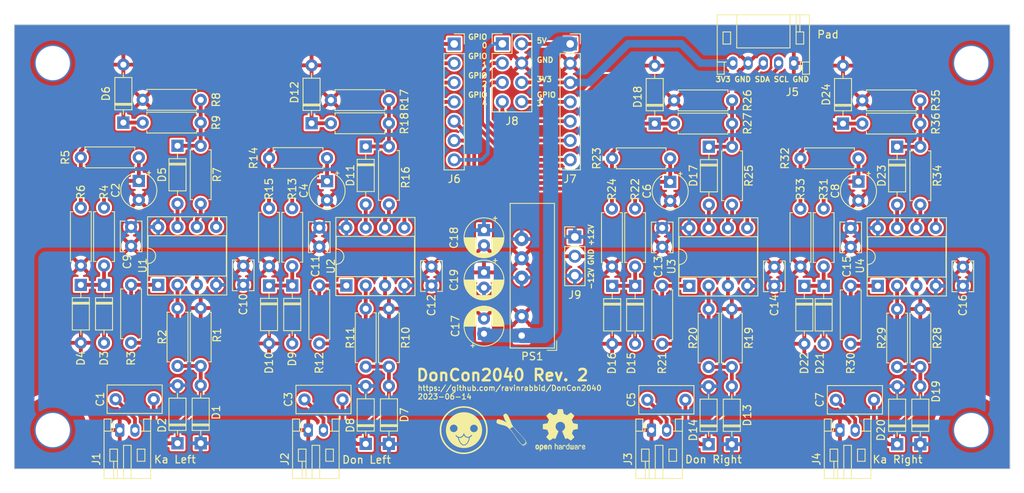
<source format=kicad_pcb>
(kicad_pcb (version 20230517) (generator pcbnew)
  (title_block (title "DonCon2040") (date "2023-06-14") (rev "2") (company "ravinrabbid") (comment 4 "AISLER Project ID: BIYYKCQX"))
  (layers (0 "F.Cu" signal) (31 "B.Cu" signal) (34 "B.Paste" user) (35 "F.Paste" user) (36 "B.SilkS" user "B.Silkscreen") (37 "F.SilkS" user "F.Silkscreen") (38 "B.Mask" user) (39 "F.Mask" user) (44 "Edge.Cuts" user))
  (net 0 "")
  (net 1 "Ka_Left")
  (net 2 "Net-(D1-A)")
  (net 3 "Net-(C2-Pad1)")
  (net 4 "GND")
  (net 5 "Don_Left")
  (net 6 "Net-(D7-A)")
  (net 7 "Net-(C4-Pad1)")
  (net 8 "Don_Right")
  (net 9 "Net-(D13-A)")
  (net 10 "Net-(C6-Pad1)")
  (net 11 "Ka_Right")
  (net 12 "Net-(D19-A)")
  (net 13 "Net-(C8-Pad1)")
  (net 14 "+12V")
  (net 15 "-12V")
  (net 16 "+5V")
  (net 17 "Net-(D3-K)")
  (net 18 "Net-(D3-A)")
  (net 19 "Net-(D5-K)")
  (net 20 "Net-(D5-A)")
  (net 21 "Net-(D6-K)")
  (net 22 "Net-(D10-K)")
  (net 23 "Net-(D9-A)")
  (net 24 "Net-(D11-K)")
  (net 25 "Net-(D11-A)")
  (net 26 "Net-(D12-K)")
  (net 27 "Net-(D15-K)")
  (net 28 "Net-(D15-A)")
  (net 29 "Net-(D17-K)")
  (net 30 "Net-(D17-A)")
  (net 31 "Net-(D18-K)")
  (net 32 "Net-(D21-K)")
  (net 33 "Net-(D21-A)")
  (net 34 "Net-(D23-K)")
  (net 35 "Net-(D23-A)")
  (net 36 "Net-(D24-K)")
  (net 37 "SCL")
  (net 38 "SDA")
  (net 39 "+3V3")
  (net 40 "GPIO 0")
  (net 41 "GPIO 3")
  (net 42 "GPIO 4")
  (net 43 "GPIO 2")
  (net 44 "GPIO 1")
  (net 45 "Net-(U1A--)")
  (net 46 "Net-(U1B-+)")
  (net 47 "Net-(U1B--)")
  (net 48 "Net-(U2A--)")
  (net 49 "Net-(U2B-+)")
  (net 50 "Net-(U2B--)")
  (net 51 "Net-(U3A--)")
  (net 52 "Net-(U3B-+)")
  (net 53 "Net-(U3B--)")
  (net 54 "Net-(U4A--)")
  (net 55 "Net-(U4B-+)")
  (net 56 "Net-(U4B--)")
  (footprint "Diode_THT:D_DO-35_SOD27_P7.62mm_Horizontal" (layer "F.Cu") (at 108.458 122.38 90)
    (fp_text reference "D2")
    (fp_text value "1SS133")
  )
  (footprint "Capacitor_THT:C_Rect_L7.0mm_W3.5mm_P5.00mm" (layer "F.Cu") (at 194.945 116.666)
    (fp_text reference "C7")
    (fp_text value "1nF")
  )
  (footprint "Resistor_THT:R_Axial_DIN0207_L6.3mm_D2.5mm_P7.62mm_Horizontal" (layer "F.Cu") (at 206.041 91.012 90)
    (fp_text reference "R34")
    (fp_text value "10k")
  )
  (footprint "Connector_PinSocket_2.54mm:PinSocket_1x07_P2.54mm_Vertical" (layer "F.Cu") (at 160.045 69.87)
    (fp_text reference "J7")
    (fp_text value "Conn_01x07")
  )
  (footprint "Capacitor_THT:CP_Radial_Tantal_D4.5mm_P2.50mm" (layer "F.Cu") (at 197.913 87.964 -90)
    (fp_text reference "C8")
    (fp_text value "0.47uF")
  )
  (footprint "Connector_PinHeader_2.54mm:PinHeader_2x04_P2.54mm_Vertical" (layer "F.Cu") (at 151.13 69.85)
    (fp_text reference "J8")
    (fp_text value "Conn_02x04_Top_Bottom")
  )
  (footprint "Resistor_THT:R_Axial_DIN0207_L6.3mm_D2.5mm_P7.62mm_Horizontal" (layer "F.Cu") (at 197.913 84.916 180)
    (fp_text reference "R32")
    (fp_text value "3.3k")
  )
  (footprint "Diode_THT:D_DO-35_SOD27_P7.62mm_Horizontal" (layer "F.Cu") (at 181.276 122.508 90)
    (fp_text reference "D13")
    (fp_text value "1SS133")
  )
  (footprint "Resistor_THT:R_Axial_DIN0207_L6.3mm_D2.5mm_P7.62mm_Horizontal" (layer "F.Cu") (at 95.758 99.012 90)
    (fp_text reference "R6")
    (fp_text value "1.8k")
  )
  (footprint "Resistor_THT:R_Axial_DIN0207_L6.3mm_D2.5mm_P7.62mm_Horizontal" (layer "F.Cu") (at 190.293 99.14 90)
    (fp_text reference "R33")
    (fp_text value "1.8k")
  )
  (footprint "Resistor_THT:R_Axial_DIN0207_L6.3mm_D2.5mm_P7.62mm_Horizontal" (layer "F.Cu") (at 196.897 109.3 90)
    (fp_text reference "R30")
    (fp_text value "100k")
  )
  (footprint "Diode_THT:D_DO-35_SOD27_P7.62mm_Horizontal" (layer "F.Cu") (at 133.183 122.468 90)
    (fp_text reference "D8")
    (fp_text value "1SS133")
  )
  (footprint "Resistor_THT:R_Axial_DIN0207_L6.3mm_D2.5mm_P7.62mm_Horizontal" (layer "F.Cu") (at 178.228 104.728 -90)
    (fp_text reference "R20")
    (fp_text value "4.7k")
  )
  (footprint "Resistor_THT:R_Axial_DIN0207_L6.3mm_D2.5mm_P7.62mm_Horizontal" (layer "F.Cu") (at 128.611 80.304)
    (fp_text reference "R18")
    (fp_text value "22")
  )
  (footprint "Resistor_THT:R_Axial_DIN0207_L6.3mm_D2.5mm_P7.62mm_Horizontal" (layer "F.Cu") (at 102.362 109.172 90)
    (fp_text reference "R3")
    (fp_text value "100k")
  )
  (footprint "Resistor_THT:R_Axial_DIN0207_L6.3mm_D2.5mm_P7.62mm_Horizontal" (layer "F.Cu") (at 111.506 90.884 90)
    (fp_text reference "R7")
    (fp_text value "10k")
  )
  (footprint "Diode_THT:D_DO-35_SOD27_P7.62mm_Horizontal" (layer "F.Cu") (at 120.483 101.64 -90)
    (fp_text reference "D10")
    (fp_text value "BAT43")
  )
  (footprint "Converter_DCDC:Converter_DCDC_XP_POWER-IAxxxxS_THT" (layer "F.Cu") (at 153.67 108.22 180)
    (fp_text reference "PS1")
    (fp_text value "A0512S-1WR3")
  )
  (footprint "CustomLogos:Leek-Logo_6.3mm_Silkscreen" (layer "F.Cu") (at 152.4 120.65)
    (fp_text reference "REF**" hide)
    (fp_text value "LOGO" hide)
  )
  (footprint "Connector_JST:JST_PH_S2B-PH-K_1x02_P2.00mm_Horizontal" (layer "F.Cu") (at 100.87 120.65)
    (fp_text reference "J1")
    (fp_text value "Ka Left")
  )
  (footprint "Resistor_THT:R_Axial_DIN0207_L6.3mm_D2.5mm_P7.62mm_Horizontal" (layer "F.Cu") (at 120.483 99.1 90)
    (fp_text reference "R15")
    (fp_text value "1.8k")
  )
  (footprint "Resistor_THT:R_Axial_DIN0207_L6.3mm_D2.5mm_P7.62mm_Horizontal" (layer "F.Cu") (at 103.886 77.216)
    (fp_text reference "R8")
    (fp_text value "1k")
  )
  (footprint "Resistor_THT:R_Axial_DIN0207_L6.3mm_D2.5mm_P7.62mm_Horizontal" (layer "F.Cu") (at 98.806 99.012 90)
    (fp_text reference "R4")
    (fp_text value "100")
  )
  (footprint "Package_DIP:DIP-8_W7.62mm_Socket" (layer "F.Cu") (at 200.453 101.68 90)
    (fp_text reference "U4")
    (fp_text value "TL072")
  )
  (footprint "Resistor_THT:R_Axial_DIN0207_L6.3mm_D2.5mm_P7.62mm_Horizontal" (layer "F.Cu") (at 181.276 112.348 90)
    (fp_text reference "R19")
    (fp_text value "1M")
  )
  (footprint "Connector_PinHeader_2.54mm:PinHeader_1x03_P2.54mm_Vertical" (layer "F.Cu") (at 160.655 95.25)
    (fp_text reference "J9")
    (fp_text value "Conn_01x03")
  )
  (footprint "CustomLogos:Donchan-Logo_6.3mm_Silkscreen" (layer "F.Cu") (at 146.05 120.65)
    (fp_text reference "REF02" hide)
    (fp_text value "Donchan-Logo_6.3mm_Silkscreen" hide)
  )
  (footprint "Diode_THT:D_DO-35_SOD27_P7.62mm_Horizontal" (layer "F.Cu") (at 195.881 80.344 90)
    (fp_text reference "D24")
    (fp_text value "4.7V 5mA")
  )
  (footprint "Diode_THT:D_DO-35_SOD27_P7.62mm_Horizontal" (layer "F.Cu") (at 193.341 101.68 -90)
    (fp_text reference "D21")
    (fp_text value "BAT43")
  )
  (footprint "Resistor_THT:R_Axial_DIN0207_L6.3mm_D2.5mm_P7.62mm_Horizontal" (layer "F.Cu") (at 173.688 77.296)
    (fp_text reference "R26")
    (fp_text value "1k")
  )
  (footprint "Diode_THT:D_DO-35_SOD27_P7.62mm_Horizontal" (layer "F.Cu") (at 108.458 83.264 -90)
    (fp_text reference "D5")
    (fp_text value "1N4148")
  )
  (footprint "Diode_THT:D_DO-35_SOD27_P7.62mm_Horizontal" (layer "F.Cu") (at 178.26 83.392 -90)
    (fp_text reference "D17")
    (fp_text value "1N4148")
  )
  (footprint "Package_DIP:DIP-8_W7.62mm_Socket" (layer "F.Cu") (at 175.688 101.68 90)
    (fp_text reference "U3")
    (fp_text value "TL072")
  )
  (footprint "Resistor_THT:R_Axial_DIN0207_L6.3mm_D2.5mm_P7.62mm_Horizontal" (layer "F.Cu") (at 202.993 104.728 -90)
    (fp_text reference "R29")
    (fp_text value "4.7k")
  )
  (footprint "Capacitor_THT:CP_Radial_D5.0mm_P2.00mm" (layer "F.Cu") (at 148.717 107.981112 90)
    (fp_text reference "C17")
    (fp_text value "4.7uF")
  )
  (footprint "Diode_THT:D_DO-35_SOD27_P7.62mm_Horizontal" (layer "F.Cu") (at 171.148 80.344 90)
    (fp_text reference "D18")
    (fp_text value "4.7V 5mA")
  )
  (footprint "Resistor_THT:R_Axial_DIN0207_L6.3mm_D2.5mm_P7.62mm_Horizontal" (layer "F.Cu") (at 198.421 80.344)
    (fp_text reference "R36")
    (fp_text value "22")
  )
  (footprint "Connector_PinSocket_2.54mm:PinSocket_1x07_P2.54mm_Vertical" (layer "F.Cu") (at 144.805 69.87)
    (fp_text reference "J6")
    (fp_text value "Conn_01x07")
  )
  (footprint "Capacitor_THT:C_Disc_D3.8mm_W2.6mm_P2.50mm" (layer "F.Cu") (at 211.629 101.68 90)
    (fp_text reference "C16")
    (fp_text value "100nF")
  )
  (footprint "Capacitor_THT:C_Disc_D3.8mm_W2.6mm_P2.50mm" (layer "F.Cu") (at 127.087 94.02 -90)
    (fp_text reference "C11")
    (fp_text value "100nF")
  )
  (footprint "Connector_JST:JST_PH_S2B-PH-K_1x02_P2.00mm_Horizontal" (layer "F.Cu") (at 195.485 120.65)
    (fp_text reference "J4")
    (fp_text value "Ka Right")
  )
  (footprint "Resistor_THT:R_Axial_DIN0207_L6.3mm_D2.5mm_P7.62mm_Horizontal" (layer "F.Cu") (at 133.183 104.688 -90)
    (fp_text reference "R11")
    (fp_text value "4.7k")
  )
  (footprint "Capacitor_THT:CP_Radial_D5.0mm_P2.00mm" (layer "F.Cu") (at 148.717 94.358 -90)
    (fp_text reference "C18")
    (fp_text value "1uF")
  )
  (footprint "Diode_THT:D_DO-35_SOD27_P7.62mm_Horizontal" (layer "F.Cu") (at 126.071 80.304 90)
    (fp_text reference "D12")
    (fp_text value "4.7V 5mA")
  )
  (footprint "Resistor_THT:R_Axial_DIN0207_L6.3mm_D2.5mm_P7.62mm_Horizontal" (layer "F.Cu") (at 165.528 99.14 90)
    (fp_text reference "R24")
    (fp_text value "1.8k")
  )
  (footprint "Resistor_THT:R_Axial_DIN0207_L6.3mm_D2.5mm_P7.62mm_Horizontal" (layer "F.Cu") (at 128.611 77.256)
    (fp_text reference "R17")
    (fp_text value "1k")
  )
  (footprint "Capacitor_THT:C_Disc_D3.8mm_W2.6mm_P2.50mm" (layer "F.Cu") (at 102.362 93.932 -90)
    (fp_text reference "C9")
    (fp_text value "100nF")
  )
  (footprint "MountingHole:MountingHole_4.5mm_Pad_TopOnly" (layer "F.Cu") (at 212.725 72.39)
    (fp_text reference "H2" hide)
    (fp_text value "MountingHole_Pad")
  )
  (footprint "Diode_THT:D_DO-35_SOD27_P7.62mm_Horizontal" (layer "F.Cu") (at 165.56 101.68 -90)
    (fp_text reference "D16")
    (fp_text value "BAT43")
  )
  (footprint "Diode_THT:D_DO-35_SOD27_P7.62mm_Horizontal" (layer "F.Cu") (at 202.993 83.392 -90)
    (fp_text reference "D23")
    (fp_text value "1N4148")
  )
  (footprint "Diode_THT:D_DO-35_SOD27_P7.62mm_Horizontal" (layer "F.Cu") (at 202.993 122.508 90)
    (fp_text reference "D20")
    (fp_text value "1SS133")
  )
  (footprint "Resistor_THT:R_Axial_DIN0207_L6.3mm_D2.5mm_P7.62mm_Horizontal" (layer "F.Cu") (at 103.886 80.216)
    (fp_text reference "R9")
    (fp_text value "22")
  )
  (footprint "Capacitor_THT:CP_Radial_Tantal_D4.5mm_P2.50mm" (layer "F.Cu") (at 128.103 87.924 -90)
    (fp_text reference "C4")
    (fp_text value "0.47uF")
  )
  (footprint "Diode_THT:D_DO-35_SOD27_P7.62mm_Horizontal" (layer "F.Cu") (at 133.183 83.352 -90)
    (fp_text reference "D11")
    (fp_text value "1N4148")
  )
  (footprint "Diode_THT:D_DO-35_SOD27_P7.62mm_Horizontal" (layer "F.Cu") (at 136.231 122.468 90)
    (fp_text reference "D7")
    (fp_text value "1SS133")
  )
  (footprint "Resistor_THT:R_Axial_DIN0207_L6.3mm_D2.5mm_P7.62mm_Horizontal" (layer "F.Cu") (at 136.231 112.308 90)
    (fp_text reference "R10")
    (fp_text value "1M")
  )
  (footprint "Resistor_THT:R_Axial_DIN0207_L6.3mm_D2.5mm_P7.62mm_Horizontal" (layer "F.Cu") (at 127.087 109.26 90)
    (fp_text reference "R12")
    (fp_text value "100k")
  )
  (footprint "Capacitor_THT:C_Disc_D3.8mm_W2.6mm_P2.50mm" (layer "F.Cu") (at 117.094 101.552 90)
    (fp_text reference "C10")
    (fp_text value "100nF")
  )
  (footprint "Resistor_THT:R_Axial_DIN0207_L6.3mm_D2.5mm_P7.62mm_Horizontal" (layer "F.Cu") (at 168.576 99.14 90)
    (fp_text reference "R22")
    (fp_text value "100")
  )
  (footprint "Diode_THT:D_DO-35_SOD27_P7.62mm_Horizontal" (layer "F.Cu") (at 178.228 122.508 90)
    (fp_text reference "D14")
    (fp_text value "1SS133")
  )
  (footprint "Symbol:OSHW-Logo2_7.3x6mm_SilkScreen" (layer "F.Cu") (at 158.75 120.65)
    (fp_text reference "REF01" hide)
    (fp_text value "OSHW-Logo2_7.3x6mm_SilkScreen" hide)
  )
  (footprint "Capacitor_THT:C_Disc_D3.8mm_W2.6mm_P2.50mm" (layer "F.Cu") (at 172.132 94.06 -90)
    (fp_text reference "C13")
    (fp_text value "100nF")
  )
  (footprint "Diode_THT:D_DO-35_SOD27_P7.62mm_Horizontal" (layer "F.Cu") (at 101.346 80.216 90)
    (fp_text reference "D6")
    (fp_text value "4.7V 5mA")
  )
  (footprint "Resistor_THT:R_Axial_DIN0207_L6.3mm_D2.5mm_P7.62mm_Horizontal" (layer "F.Cu") (at 198.421 77.296)
    (fp_text reference "R35")
    (fp_text value "1k")
  )
  (footprint "Resistor_THT:R_Axial_DIN0207_L6.3mm_D2.5mm_P7.62mm_Horizontal" (layer "F.Cu") (at 172.132 109.3 90)
    (fp_text reference "R21")
    (fp_text value "100k")
  )
  (footprint "Diode_THT:D_DO-35_SOD27_P7.62mm_Horizontal" (layer "F.Cu") (at 95.758 101.552 -90)
    (fp_text reference "D4")
    (fp_text value "BAT43")
  )
  (footprint "Capacitor_THT:C_Rect_L7.0mm_W3.5mm_P5.00mm" (layer "F.Cu") (at 125.135 116.626)
    (fp_text reference "C3")
    (fp_text value "1nF")
  )
  (footprint "Resistor_THT:R_Axial_DIN0207_L6.3mm_D2.5mm_P7.62mm_Horizontal" (layer "F.Cu") (at 206.041 112.348 90)
    (fp_text reference "R28")
    (fp_text value "1M")
  )
  (footprint "Resistor_THT:R_Axial_DIN0207_L6.3mm_D2.5mm_P7.62mm_Horizontal" (layer "F.Cu") (at 123.531 99.1 90)
    (fp_text reference "R13")
    (fp_text value "100")
  )
  (footprint "Connector_JST:JST_PH_S5B-PH-K_1x05_P2.00mm_Horizontal" (layer "F.Cu") (at 189.42 72.39 180)
    (fp_text reference "J5")
    (fp_text value "Pad")
  )
  (footprint "Capacitor_THT:CP_Radial_Tantal_D4.5mm_P2.50mm" (layer "F.Cu") (at 173.18 88.004 -90)
    (fp_text reference "C6")
    (fp_text value "0.47uF")
  )
  (footprint "Connector_JST:JST_PH_S2B-PH-K_1x02_P2.00mm_Horizontal" (layer "F.Cu") (at 170.72 120.65)
    (fp_text reference "J3")
    (fp_text value "Don Right")
  )
  (footprint "Capacitor_THT:C_Disc_D3.8mm_W2.6mm_P2.50mm" (layer "F.Cu") (at 186.864 101.68 90)
    (fp_text reference "C14")
    (fp_text value "100nF")
  )
  (footprint "Resistor_THT:R_Axial_DIN0207_L6.3mm_D2.5mm_P7.62mm_Horizontal" (layer "F.Cu") (at 103.378 84.788 180)
    (fp_text reference "R5")
    (fp_text value "3.3k")
  )
  (footprint "Capacitor_THT:CP_Radial_D5.0mm_P2.00mm" (layer "F.Cu") (at 148.717 99.914 -90)
    (fp_text reference "C19")
    (fp_text value "1uF")
  )
  (footprint "Resistor_THT:R_Axial_DIN0207_L6.3mm_D2.5mm_P7.62mm_Horizontal" (layer "F.Cu") (at 128.103 84.876 180)
    (fp_text reference "R14")
    (fp_text value "3.3k")
  )
  (footprint "Capacitor_THT:CP_Radial_Tantal_D4.5mm_P2.50mm" (layer "F.Cu") (at 103.378 87.876 -90)
    (fp_text reference "C2")
    (fp_text value "0.47uF")
  )
  (footprint "Resistor_THT:R_Axial_DIN0207_L6.3mm_D2.5mm_P7.62mm_Horizontal" (layer "F.Cu") (at 111.506 112.22 90)
    (fp_text reference "R1")
    (fp_text value "1M")
  )
  (footprint "MountingHole:MountingHole_4.5mm_Pad_TopOnly" (layer "F.Cu") (at 92.075 72.39)
    (fp_text reference "H1" hide)
    (fp_text value "MountingHole_Pad")
  )
  (footprint "Package_DIP:DIP-8_W7.62mm_Socket" (layer "F.Cu") (at 130.643 101.64 90)
    (fp_text reference "U2")
    (fp_text value "TL072")
  )
  (footprint "Resistor_THT:R_Axial_DIN0207_L6.3mm_D2.5mm_P7.62mm_Horizontal" (layer "F.Cu") (at 136.231 90.972 90)
    (fp_text reference "R16")
    (fp_text value "10k")
  )
  (footprint "Diode_THT:D_DO-35_SOD27_P7.62mm_Horizontal" (layer "F.Cu") (at 98.806 101.552 -90)
    (fp_text reference "D3")
    (fp_text value "BAT43")
  )
  (footprint "Connector_JST:JST_PH_S2B-PH-K_1x02_P2.00mm_Horizontal" (layer "F.Cu") (at 125.635 120.65)
    (fp_text reference "J2")
    (fp_text value "Don Left")
  )
  (footprint "Resistor_THT:R_Axial_DIN0207_L6.3mm_D2.5mm_P7.62mm_Horizontal" (layer "F.Cu") (at 173.18 84.916 180)
    (fp_text reference "R23")
    (fp_text value "3.3k")
  )
  (footprint "Diode_THT:D_DO-35_SOD27_P7.62mm_Horizontal" (layer "F.Cu") (at 168.576 101.68 -90)
    (fp_text reference "D15")
    (fp_text value "BAT43")
  )
  (footprint "Resistor_THT:R_Axial_DIN0207_L6.3mm_D2.5mm_P7.62mm_Horizontal" (layer "F.Cu") (at 108.458 104.6 -90)
    (fp_text reference "R2")
    (fp_text value "4.7k")
  )
  (footprint "Diode_THT:D_DO-35_SOD27_P7.62mm_Horizontal" (layer "F.Cu") (at 123.531 101.64 -90)
    (fp_text reference "D9")
    (fp_text value "BAT43")
  )
  (footprint "Capacitor_THT:C_Rect_L7.0mm_W3.5mm_P5.00mm" (layer "F.Cu") (at 100.33 116.586)
    (fp_text reference "C1")
    (fp_text value "1nF")
  )
  (footprint "Capacitor_THT:C_Rect_L7.0mm_W3.5mm_P5.00mm" (layer "F.Cu") (at 170.18 116.666)
    (fp_text reference "C5")
    (fp_text value "1nF")
  )
  (footprint "Package_DIP:DIP-8_W7.62mm_Socket" (layer "F.Cu") (at 105.918 101.552 90)
    (fp_text reference "U1")
    (fp_text value "TL072")
  )
  (footprint "MountingHole:MountingHole_4.5mm_Pad_TopOnly" (layer "F.Cu") (at 92.075 120.65)
    (fp_text reference "H4" hide)
    (fp_text value "MountingHole_Pad")
  )
  (footprint "Resistor_THT:R_Axial_DIN0207_L6.3mm_D2.5mm_P7.62mm_Horizontal" (layer "F.Cu") (at 173.688 80.344)
    (fp_text reference "R27")
    (fp_text value "22")
  )
  (footprint "Capacitor_THT:C_Disc_D3.8mm_W2.6mm_P2.50mm" (layer "F.Cu") (at 141.819 101.64 90)
    (fp_text reference "C12")
    (fp_text value "100nF")
  )
  (footprint "MountingHole:MountingHole_4.5mm_Pad_TopOnly" (layer "F.Cu") (at 212.725 120.65)
    (fp_text reference "H3" hide)
    (fp_text value "MountingHole_Pad")
  )
  (footprint "Diode_THT:D_DO-35_SOD27_P7.62mm_Horizontal" (layer "F.Cu") (at 190.801 101.68 -90)
    (fp_text reference "D22")
    (fp_text value "BAT43")
  )
  (footprint "Capacitor_THT:C_Disc_D3.8mm_W2.6mm_P2.50mm" (layer "F.Cu") (at 196.897 94.06 -90)
    (fp_text reference "C15")
    (fp_text value "100nF")
  )
  (footprint "Diode_THT:D_DO-35_SOD27_P7.62mm_Horizontal" (layer "F.Cu") (at 206.041 122.508 90)
    (fp_text reference "D19")
    (fp_text value "1SS133")
  )
  (footprint "Resistor_THT:R_Axial_DIN0207_L6.3mm_D2.5mm_P7.62mm_Horizontal" (layer "F.Cu") (at 181.308 91.012 90)
    (fp_text reference "R25")
    (fp_text value "10k")
  )
  (footprint "Resistor_THT:R_Axial_DIN0207_L6.3mm_D2.5mm_P7.62mm_Horizontal" (layer "F.Cu") (at 193.341 99.14 90)
    (fp_text reference "R31")
    (fp_text value "100")
  )
  (footprint "Diode_THT:D_DO-35_SOD27_P7.62mm_Horizontal" (layer "F.Cu") (at 111.506 122.38 90)
    (fp_text reference "D1")
    (fp_text value "1SS133")
  )
  (gr_rect (start 87.02 67.33) (end 217.83 125.75) (stroke (width 0.1)) (fill none) (layer "Edge.Cuts"))
  (gr_text "GND" (at 155.575 72.39) (layer "F.SilkS") (effects (font (size 0.7 0.7)) (justify left bottom)))
  (gr_text "GPIO\n3" (at 155.575 78.105) (layer "F.SilkS") (effects (font (size 0.7 0.7)) (justify left bottom)))
  (gr_text "3V3 GND SDA SCL GND" (at 179.07 74.93) (layer "F.SilkS") (effects (font (size 0.7 0.7)) (justify left bottom)))
  (gr_text "https://github.com/ravinrabbid/DonCon2040\n${ISSUE_DATE}" (at 139.938715 116.662537) (layer "F.SilkS") (effects (font (size 0.7 0.7) (thickness 0.125) bold) (justify left bottom)))
  (gr_text "-12V" (at 163.195 102.235 90) (layer "F.SilkS") (effects (font (size 0.7 0.7)) (justify left bottom)))
  (gr_text "${TITLE} Rev. ${REVISION}" (at 139.7 114.3) (layer "F.SilkS") (effects (font (size 1.5 1.5) (thickness 0.3) bold) (justify left bottom)))
  (gr_text "+12V" (at 163.195 96.52 90) (layer "F.SilkS") (effects (font (size 0.7 0.7)) (justify left bottom)))
  (gr_text "Ka Left" (at 105.283 125.095) (layer "F.SilkS") (effects (font (size 1 1)) (justify left bottom)))
  (gr_text "Don Left" (at 130.008 125.135) (layer "F.SilkS") (effects (font (size 1 1)) (justify left bottom)))
  (gr_text "GPIO\n1" (at 149.225 73.025) (layer "F.SilkS") (effects (font (size 0.7 0.7)) (justify right bottom)))
  (gr_text "GPIO\n0" (at 149.225 70.485) (layer "F.SilkS") (effects (font (size 0.7 0.7)) (justify right bottom)))
  (gr_text "GPIO\n4" (at 149.225 78.105) (layer "F.SilkS") (effects (font (size 0.7 0.7)) (justify right bottom)))
  (gr_text "GND" (at 163.195 99.06 90) (layer "F.SilkS") (effects (font (size 0.7 0.7)) (justify left bottom)))
  (gr_text "Pad" (at 192.405 69.215) (layer "F.SilkS") (effects (font (size 1 1)) (justify left bottom)))
  (gr_text "Ka Right" (at 199.691 125.095) (layer "F.SilkS") (effects (font (size 1 1)) (justify left bottom)))
  (gr_text "Don Right" (at 175.049 125.095) (layer "F.SilkS") (effects (font (size 1 1)) (justify left bottom)))
  (gr_text "5V" (at 155.575 69.85) (layer "F.SilkS") (effects (font (size 0.7 0.7)) (justify left bottom)))
  (gr_text "GPIO\n2" (at 149.225 75.565) (layer "F.SilkS") (effects (font (size 0.7 0.7)) (justify right bottom)))
  (gr_text "3V3" (at 155.575 74.93) (layer "F.SilkS") (effects (font (size 0.7 0.7)) (justify left bottom)))
  (segment (start 102.87 120.65) (end 102.87 119.126) (width 0.5) (layer "F.Cu") (net 1))
  (segment (start 102.87 119.126) (end 100.33 116.586) (width 0.5) (layer "F.Cu") (net 1))
  (segment (start 108.458 112.22) (end 111.506 112.22) (width 0.5) (layer "F.Cu") (net 2))
  (segment (start 107.14 122.38) (end 105.33 120.57) (width 0.5) (layer "F.Cu") (net 2))
  (segment (start 108.458 122.38) (end 107.14 122.38) (width 0.5) (layer "F.Cu") (net 2))
  (segment (start 105.33 120.57) (end 105.33 116.586) (width 0.5) (layer "F.Cu") (net 2))
  (segment (start 111.506 117.094) (end 108.458 120.142) (width 0.5) (layer "F.Cu") (net 2))
  (segment (start 108.458 120.142) (end 108.458 122.38) (width 0.5) (layer "F.Cu") (net 2))
  (segment (start 111.506 114.76) (end 111.506 112.22) (width 0.5) (layer "F.Cu") (net 2))
  (segment (start 111.506 114.76) (end 111.506 117.094) (width 0.5) (layer "F.Cu") (net 2))
  (segment (start 100.084 87.876) (end 103.378 87.876) (width 0.5) (layer "F.Cu") (net 3))
  (segment (start 103.378 84.788) (end 103.378 87.876) (width 0.5) (layer "F.Cu") (net 3))
  (segment (start 98.806 91.392) (end 98.806 89.154) (width 0.5) (layer "F.Cu") (net 3))
  (segment (start 98.806 89.154) (end 100.084 87.876) (width 0.5) (layer "F.Cu") (net 3))
  (segment (start 127.635 119.126) (end 125.135 116.626) (width 0.5) (layer "F.Cu") (net 5))
  (segment (start 127.635 120.65) (end 127.635 119.126) (width 0.5) (layer "F.Cu") (net 5))
  (segment (start 133.183 120.182) (end 136.231 117.134) (width 0.5) (layer "F.Cu") (net 6))
  (segment (start 133.183 122.468) (end 133.183 120.182) (width 0.5) (layer "F.Cu") (net 6))
  (segment (start 131.993 122.468) (end 130.135 120.61) (width 0.5) (layer "F.Cu") (net 6))
  (segment (start 136.231 114.848) (end 136.231 112.308) (width 0.5) (layer "F.Cu") (net 6))
  (segment (start 133.183 112.308) (end 136.231 112.308) (width 0.5) (layer "F.Cu") (net 6))
  (segment (start 130.135 120.61) (end 130.135 116.626) (width 0.5) (layer "F.Cu") (net 6))
  (segment (start 133.183 122.468) (end 131.993 122.468) (width 0.5) (layer "F.Cu") (net 6))
  (segment (start 136.231 117.134) (end 136.231 114.848) (width 0.5) (layer "F.Cu") (net 6))
  (segment (start 123.531 91.48) (end 123.531 89.194) (width 0.5) (layer "F.Cu") (net 7))
  (segment (start 124.801 87.924) (end 128.103 87.924) (width 0.5) (layer "F.Cu") (net 7))
  (segment (start 128.103 87.924) (end 128.103 84.876) (width 0.5) (layer "F.Cu") (net 7))
  (segment (start 123.531 89.194) (end 124.801 87.924) (width 0.5) (layer "F.Cu") (net 7))
  (segment (start 172.72 119.206) (end 172.72 120.65) (width 0.5) (layer "F.Cu") (net 8))
  (segment (start 170.18 116.666) (end 172.72 119.206) (width 0.5) (layer "F.Cu") (net 8))
  (segment (start 181.276 117.174) (end 178.228 120.222) (width 0.5) (layer "F.Cu") (net 9))
  (segment (start 178.228 112.348) (end 181.276 112.348) (width 0.5) (layer "F.Cu") (net 9))
  (segment (start 181.276 114.888) (end 181.276 117.174) (width 0.5) (layer "F.Cu") (net 9))
  (segment (start 181.276 112.348) (end 181.276 114.888) (width 0.5) (layer "F.Cu") (net 9))
  (segment (start 178.228 120.222) (end 178.228 122.508) (width 0.5) (layer "F.Cu") (net 9))
  (segment (start 177.118 122.508) (end 175.18 120.57) (width 0.5) (layer "F.Cu") (net 9))
  (segment (start 178.228 122.508) (end 177.118 122.508) (width 0.5) (layer "F.Cu") (net 9))
  (segment (start 175.18 120.57) (end 175.18 116.666) (width 0.5) (layer "F.Cu") (net 9))
  (segment (start 168.576 89.234) (end 169.806 88.004) (width 0.5) (layer "F.Cu") (net 10))
  (segment (start 173.18 84.916) (end 173.18 88.004) (width 0.5) (layer "F.Cu") (net 10))
  (segment (start 169.806 88.004) (end 173.18 88.004) (width 0.5) (layer "F.Cu") (net 10))
  (segment (start 168.576 91.52) (end 168.576 89.234) (width 0.5) (layer "F.Cu") (net 10))
  (segment (start 197.485 119.206) (end 197.485 120.65) (width 0.5) (layer "F.Cu") (net 11))
  (segment (start 194.945 116.666) (end 197.485 119.206) (width 0.5) (layer "F.Cu") (net 11))
  (segment (start 201.883 122.508) (end 202.993 122.508) (width 0.5) (layer "F.Cu") (net 12))
  (segment (start 199.945 120.57) (end 201.883 122.508) (width 0.5) (layer "F.Cu") (net 12))
  (segment (start 202.993 112.348) (end 206.041 112.348) (width 0.5) (layer "F.Cu") (net 12))
  (segment (start 206.041 117.174) (end 202.993 120.222) (width 0.5) (layer "F.Cu") (net 12))
  (segment (start 199.945 116.666) (end 199.945 120.57) (width 0.5) (layer "F.Cu") (net 12))
  (segment (start 206.041 112.348) (end 206.041 114.888) (width 0.5) (layer "F.Cu") (net 12))
  (segment (start 206.041 114.888) (end 206.041 117.174) (width 0.5) (layer "F.Cu") (net 12))
  (segment (start 202.993 120.222) (end 202.993 122.508) (width 0.5) (layer "F.Cu") (net 12))
  (segment (start 193.341 89.234) (end 194.611 87.964) (width 0.5) (layer "F.Cu") (net 13))
  (segment (start 194.611 87.964) (end 197.913 87.964) (width 0.5) (layer "F.Cu") (net 13))
  (segment (start 197.913 84.916) (end 197.913 87.964) (width 0.5) (layer "F.Cu") (net 13))
  (segment (start 193.341 91.52) (end 193.341 89.234) (width 0.5) (layer "F.Cu") (net 13))
  (segment (start 154.305 69.85) (end 154.325 69.87) (width 0.5) (layer "F.Cu") (net 16))
  (segment (start 153.67 69.85) (end 154.305 69.85) (width 0.5) (layer "F.Cu") (net 16))
  (segment (start 154.325 69.87) (end 160.045 69.87) (width 0.5) (layer "F.Cu") (net 16))
  (segment (start 148.955888 108.22) (end 148.717 107.981112) (width 1.8) (layer "B.Cu") (net 16))
  (segment (start 160.045 69.87) (end 158.73 69.87) (width 2) (layer "B.Cu") (net 16))
  (segment (start 156.595 108.22) (end 153.67 108.22) (width 2) (layer "B.Cu") (net 16))
  (segment (start 153.67 108.22) (end 148.955888 108.22) (width 1.8) (layer "B.Cu") (net 16))
  (segment (start 158.73 69.87) (end 157.48 71.12) (width 2) (layer "B.Cu") (net 16))
  (segment (start 157.48 71.12) (end 157.48 107.335) (width 2) (layer "B.Cu") (net 16))
  (segment (start 157.48 107.335) (end 156.595 108.22) (width 2) (layer "B.Cu") (net 16))
  (segment (start 95.758 101.552) (end 98.806 101.552) (width 0.5) (layer "F.Cu") (net 17))
  (segment (start 98.806 99.012) (end 98.806 101.552) (width 0.5) (layer "F.Cu") (net 17))
  (segment (start 102.362 101.552) (end 102.362 103.5445) (width 0.5) (layer "F.Cu") (net 18))
  (segment (start 102.362 103.5445) (end 98.806 107.1005) (width 0.5) (layer "F.Cu") (net 18))
  (segment (start 102.362 101.552) (end 105.918 101.552) (width 0.5) (layer "F.Cu") (net 18))
  (segment (start 98.806 107.1005) (end 98.806 109.172) (width 0.5) (layer "F.Cu") (net 18))
  (segment (start 111.506 83.264) (end 111.506 80.216) (width 0.5) (layer "F.Cu") (net 19))
  (segment (start 108.458 83.264) (end 111.506 83.264) (width 0.5) (layer "F.Cu") (net 19))
  (segment (start 111.506 80.216) (end 111.506 77.216) (width 0.5) (layer "F.Cu") (net 19))
  (segment (start 108.458 90.884) (end 108.458 93.932) (width 0.5) (layer "F.Cu") (net 20))
  (segment (start 101.346 76.454) (end 107.93 69.87) (width 0.5) (layer "F.Cu") (net 21))
  (segment (start 107.93 69.87) (end 144.805 69.87) (width 0.5) (layer "F.Cu") (net 21))
  (segment (start 101.346 80.216) (end 101.346 76.454) (width 0.5) (layer "F.Cu") (net 21))
  (segment (start 101.346 80.216) (end 103.886 80.216) (width 0.5) (layer "F.Cu") (net 21))
  (segment (start 120.483 101.64) (end 123.531 101.64) (width 0.5) (layer "F.Cu") (net 22))
  (segment (start 123.531 101.64) (end 123.531 99.1) (width 0.5) (layer "F.Cu") (net 22))
  (segment (start 123.531 107.1645) (end 123.531 109.26) (width 0.5) (layer "F.Cu") (net 23))
  (segment (start 130.643 101.64) (end 127.087 101.64) (width 0.5) (layer "F.Cu") (net 23))
  (segment (start 127.087 101.64) (end 127.087 103.6085) (width 0.5) (layer "F.Cu") (net 23))
  (segment (start 127.087 103.6085) (end 123.531 107.1645) (width 0.5) (layer "F.Cu") (net 23))
  (segment (start 136.231 80.304) (end 136.231 77.256) (width 0.5) (layer "F.Cu") (net 24))
  (segment (start 136.231 83.352) (end 136.231 80.304) (width 0.5) (layer "F.Cu") (net 24))
  (segment (start 133.183 83.352) (end 136.231 83.352) (width 0.5) (layer "F.Cu") (net 24))
  (segment (start 133.183 94.02) (end 133.183 90.972) (width 0.5) (layer "F.Cu") (net 25))
  (segment (start 126.071 76.494) (end 130.155 72.41) (width 0.5) (layer "F.Cu") (net 26))
  (segment (start 126.071 80.304) (end 128.611 80.304) (width 0.5) (layer "F.Cu") (net 26))
  (segment (start 126.071 80.304) (end 126.071 76.494) (width 0.5) (layer "F.Cu") (net 26))
  (segment (start 130.155 72.41) (end 144.805 72.41) (width 0.5) (layer "F.Cu") (net 26))
  (segment (start 168.576 101.68) (end 165.56 101.68) (width 0.5) (layer "F.Cu") (net 27))
  (segment (start 168.576 99.14) (end 168.576 101.68) (width 0.5) (layer "F.Cu") (net 27))
  (segment (start 175.688 101.68) (end 172.132 101.68) (width 0.5) (layer "F.Cu") (net 28))
  (segment (start 168.576 109.3) (end 168.576 107.236321) (width 0.5) (layer "F.Cu") (net 28))
  (segment (start 172.132 103.680321) (end 172.132 101.68) (width 0.5) (layer "F.Cu") (net 28))
  (segment (start 168.576 107.236321) (end 172.132 103.680321) (width 0.5) (layer "F.Cu") (net 28))
  (segment (start 181.308 77.296) (end 181.308 80.344) (width 0.5) (layer "F.Cu") (net 29))
  (segment (start 181.308 80.344) (end 181.308 83.392) (width 0.5) (layer "F.Cu") (net 29))
  (segment (start 181.308 83.392) (end 178.26 83.392) (width 0.5) (layer "F.Cu") (net 29))
  (segment (start 178.26 91.012) (end 178.26 94.028) (width 0.5) (layer "F.Cu") (net 30))
  (segment (start 178.26 94.028) (end 178.228 94.06) (width 0.5) (layer "F.Cu") (net 30))
  (segment (start 171.148 80.344) (end 173.688 80.344) (width 0.5) (layer "F.Cu") (net 31))
  (segment (start 143.195 74.95) (end 144.805 74.95) (width 0.5) (layer "F.Cu") (net 31))
  (segment (start 141.49 86.88) (end 141.49 76.655) (width 0.5) (layer "F.Cu") (net 31))
  (segment (start 141.49 76.655) (end 143.195 74.95) (width 0.5) (layer "F.Cu") (net 31))
  (segment (start 165.401 80.344) (end 163.83 81.915) (width 0.5) (layer "F.Cu") (net 31))
  (segment (start 163.83 81.915) (end 163.83 86.995) (width 0.5) (layer "F.Cu") (net 31))
  (segment (start 163.83 86.995) (end 161.925 88.9) (width 0.5) (layer "F.Cu") (net 31))
  (segment (start 171.148 80.344) (end 165.401 80.344) (width 0.5) (layer "F.Cu") (net 31))
  (segment (start 161.925 88.9) (end 143.51 88.9) (width 0.5) (layer "F.Cu") (net 31))
  (segment (start 143.51 88.9) (end 141.49 86.88) (width 0.5) (layer "F.Cu") (net 31))
  (segment (start 190.801 101.68) (end 193.341 101.68) (width 0.5) (layer "F.Cu") (net 32))
  (segment (start 193.341 101.68) (end 193.341 99.14) (width 0.5) (layer "F.Cu") (net 32))
  (segment (start 196.897 103.458) (end 193.341 107.014) (width 0.5) (layer "F.Cu") (net 33))
  (segment (start 193.341 107.014) (end 193.341 109.3) (width 0.5) (layer "F.Cu") (net 33))
  (segment (start 200.453 101.68) (end 196.897 101.68) (width 0.5) (layer "F.Cu") (net 33))
  (segment (start 196.897 101.68) (end 196.897 103.458) (width 0.5) (layer "F.Cu") (net 33))
  (segment (start 206.041 80.344) (end 206.041 83.392) (width 0.5) (layer "F.Cu") (net 34))
  (segment (start 206.041 83.392) (end 202.993 83.392) (width 0.5) (layer "F.Cu") (net 34))
  (segment (start 206.041 77.296) (end 206.041 80.344) (width 0.5) (layer "F.Cu") (net 34))
  (segment (start 202.993 91.012) (end 202.993 94.06) (width 0.5) (layer "F.Cu") (net 35))
  (segment (start 142.24 78.74) (end 143.49 77.49) (width 0.5) (layer "F.Cu") (net 36))
  (segment (start 143.49 77.49) (end 144.805 77.49) (width 0.5) (layer "F.Cu") (net 36))
  (segment (start 165.1 75.565) (end 163.08 77.585) (width 0.5) (layer "F.Cu") (net 36))
  (segment (start 194.644 80.344) (end 189.865 75.565) (width 0.5) (layer "F.Cu") (net 36))
  (segment (start 198.421 80.344) (end 195.881 80.344) (width 0.5) (layer "F.Cu") (net 36))
  (segment (start 195.881 80.344) (end 194.644 80.344) (width 0.5) (layer "F.Cu") (net 36))
  (segment (start 163.08 86.68434) (end 161.61434 88.15) (width 0.5) (layer "F.Cu") (net 36))
  (segment (start 143.82066 88.15) (end 142.24 86.56934) (width 0.5) (layer "F.Cu") (net 36))
  (segment (start 163.08 77.585) (end 163.08 86.68434) (width 0.5) (layer "F.Cu") (net 36))
  (segment (start 142.24 86.56934) (end 142.24 78.74) (width 0.5) (layer "F.Cu") (net 36))
  (segment (start 161.61434 88.15) (end 143.82066 88.15) (width 0.5) (layer "F.Cu") (net 36))
  (segment (start 189.865 75.565) (end 165.1 75.565) (width 0.5) (layer "F.Cu") (net 36))
  (segment (start 162.33 86.37368) (end 161.30368 87.4) (width 0.5) (layer "F.Cu") (net 37))
  (segment (start 146.0725 82.57) (end 144.805 82.57) (width 0.5) (layer "F.Cu") (net 37))
  (segment (start 187.42 72.39) (end 187.42 72.9775) (width 0.5) (layer "F.Cu") (net 37))
  (segment (start 161.30368 87.4) (end 147.725 87.4) (width 0.5) (layer "F.Cu") (net 37))
  (segment (start 146.685 83.1825) (end 146.0725 82.57) (width 0.5) (layer "F.Cu") (net 37))
  (segment (start 185.5825 74.815) (end 164.78934 74.815) (width 0.5) (layer "F.Cu") (net 37))
  (segment (start 146.685 86.36) (end 146.685 83.1825) (width 0.5) (layer "F.Cu") (net 37))
  (segment (start 187.42 72.9775) (end 185.5825 74.815) (width 0.5) (layer "F.Cu") (net 37))
  (segment (start 164.78934 74.815) (end 162.33 77.27434) (width 0.5) (layer "F.Cu") (net 37))
  (segment (start 147.725 87.4) (end 146.685 86.36) (width 0.5) (layer "F.Cu") (net 37))
  (segment (start 162.33 77.27434) (end 162.33 86.37368) (width 0.5) (layer "F.Cu") (net 37))
  (segment (start 161.58 86.06302) (end 160.99302 86.65) (width 0.5) (layer "F.Cu") (net 38))
  (segment (start 147.435 82.665) (end 144.805 80.035) (width 0.5) (layer "F.Cu") (net 38))
  (segment (start 148.03566 86.65) (end 147.435 86.04934) (width 0.5) (layer "F.Cu") (net 38))
  (segment (start 160.99302 86.65) (end 148.03566 86.65) (width 0.5) (layer "F.Cu") (net 38))
  (segment (start 185.42 72.39) (end 183.745 74.065) (width 0.5) (layer "F.Cu") (net 38))
  (segment (start 183.745 74.065) (end 164.47868 74.065) (width 0.5) (layer "F.Cu") (net 38))
  (segment (start 147.435 86.04934) (end 147.435 82.665) (width 0.5) (layer "F.Cu") (net 38))
  (segment (start 144.805 80.035) (end 144.805 80.03) (width 0.5) (layer "F.Cu") (net 38))
  (segment (start 161.58 76.96368) (end 161.58 86.06302) (width 0.5) (layer "F.Cu") (net 38))
  (segment (start 164.47868 74.065) (end 161.58 76.96368) (width 0.5) (layer "F.Cu") (net 38))
  (segment (start 153.67 74.93) (end 160.025 74.93) (width 0.5) (layer "F.Cu") (net 39))
  (segment (start 160.025 74.93) (end 160.045 74.95) (width 0.5) (layer "F.Cu") (net 39))
  (segment (start 174.625 69.85) (end 167.64 69.85) (width 1) (layer "B.Cu") (net 39))
  (segment (start 162.54 74.95) (end 160.045 74.95) (width 1) (layer "B.Cu") (net 39))
  (segment (start 177.165 72.39) (end 174.625 69.85) (width 1) (layer "B.Cu") (net 39))
  (segment (start 181.42 72.39) (end 177.165 72.39) (width 1) (layer "B.Cu") (net 39))
  (segment (start 167.64 69.85) (end 162.54 74.95) (width 1) (layer "B.Cu") (net 39))
  (segment (start 149.225 70.485) (end 149.86 69.85) (width 0.5) (layer "B.Cu") (net 40))
  (segment (start 149.225 84.29625) (end 149.225 70.485) (width 0.5) (layer "B.Cu") (net 40))
  (segment (start 144.805 85.11) (end 148.41125 85.11) (width 0.5) (layer "B.Cu") (net 40))
  (segment (start 149.86 69.85) (end 151.13 69.85) (width 0.5) (layer "B.Cu") (net 40))
  (segment (start 148.41125 85.11) (end 149.225 84.29625) (width 0.5) (layer "B.Cu") (net 40))
  (segment (start 153.69 77.49) (end 153.67 77.47) (width 0.5) (layer "F.Cu") (net 41))
  (segment (start 160.045 77.49) (end 153.69 77.49) (width 0.5) (layer "F.Cu") (net 41))
  (segment (start 151.13 78.74) (end 151.13 77.47) (width 0.5) (layer "F.Cu") (net 42))
  (segment (start 160.045 80.03) (end 152.42 80.03) (width 0.5) (layer "F.Cu") (net 42))
  (segment (start 152.42 80.03) (end 151.13 78.74) (width 0.5) (layer "F.Cu") (net 42))
  (segment (start 149.86 74.93) (end 151.13 74.93) (width 0.5) (layer "F.Cu") (net 43))
  (segment (start 151.785 82.57) (end 149.225 80.01) (width 0.5) (layer "F.Cu") (net 43))
  (segment (start 160.045 82.57) (end 151.785 82.57) (width 0.5) (layer "F.Cu") (net 43))
  (segment (start 149.225 80.01) (end 149.225 75.565) (width 0.5) (layer "F.Cu") (net 43))
  (segment (start 149.225 75.565) (end 149.86 74.93) (width 0.5) (layer "F.Cu") (net 43))
  (segment (start 152.208043 85.11) (end 147.955 80.856957) (width 0.5) (layer "F.Cu") (net 44))
  (segment (start 147.955 74.295) (end 149.86 72.39) (width 0.5) (layer "F.Cu") (net 44))
  (segment (start 149.86 72.39) (end 151.13 72.39) (width 0.5) (layer "F.Cu") (net 44))
  (segment (start 147.955 80.856957) (end 147.955 74.295) (width 0.5) (layer "F.Cu") (net 44))
  (segment (start 160.045 85.11) (end 152.208043 85.11) (width 0.5) (layer "F.Cu") (net 44))
  (segment (start 105.458 109.172) (end 108.458 106.172) (width 0.5) (layer "F.Cu") (net 45))
  (segment (start 102.362 109.172) (end 105.458 109.172) (width 0.5) (layer "F.Cu") (net 45))
  (segment (start 108.458 106.172) (end 108.458 104.6) (width 0.5) (layer "F.Cu") (net 45))
  (segment (start 108.458 101.552) (end 108.458 104.6) (width 0.5) (layer "F.Cu") (net 45))
  (segment (start 113.538 89.408) (end 113.538 93.932) (width 0.5) (layer "F.Cu") (net 46))
  (segment (start 95.758 83.947) (end 97.155 82.55) (width 0.5) (layer "F.Cu") (net 46))
  (segment (start 111.76 87.63) (end 113.538 89.408) (width 0.5) (layer "F.Cu") (net 46))
  (segment (start 105.41 83.82) (end 105.41 86.36) (width 0.5) (layer "F.Cu") (net 46))
  (segment (start 106.68 87.63) (end 111.76 87.63) (width 0.5) (layer "F.Cu") (net 46))
  (segment (start 104.14 82.55) (end 105.41 83.82) (width 0.5) (layer "F.Cu") (net 46))
  (segment (start 105.41 86.36) (end 106.68 87.63) (width 0.5) (layer "F.Cu") (net 46))
  (segment (start 97.155 82.55) (end 104.14 82.55) (width 0.5) (layer "F.Cu") (net 46))
  (segment (start 95.758 91.392) (end 95.758 84.788) (width 0.5) (layer "F.Cu") (net 46))
  (segment (start 95.758 84.788) (end 95.758 83.947) (width 0.5) (layer "F.Cu") (net 46))
  (segment (start 111.506 90.884) (end 111.506 92.329) (width 0.5) (layer "F.Cu") (net 47))
  (segment (start 110.998 92.837) (end 110.998 93.932) (width 0.5) (layer "F.Cu") (net 47))
  (segment (start 111.506 92.329) (end 110.998 92.837) (width 0.5) (layer "F.Cu") (net 47))
  (segment (start 133.183 106.212) (end 133.183 104.688) (width 0.5) (layer "F.Cu") (net 48))
  (segment (start 130.135 109.26) (end 133.183 106.212) (width 0.5) (layer "F.Cu") (net 48))
  (segment (start 127.087 109.26) (end 130.135 109.26) (width 0.5) (layer "F.Cu") (net 48))
  (segment (start 133.183 101.64) (end 133.183 104.688) (width 0.5) (layer "F.Cu") (net 48))
  (segment (start 136.2075 87.63) (end 138.263 89.6855) (width 0.5) (layer "F.Cu") (net 49))
  (segment (start 138.263 89.6855) (end 138.263 94.02) (width 0.5) (layer "F.Cu") (net 49))
  (segment (start 130.175 83.82) (end 130.175 86.36) (width 0.5) (layer "F.Cu") (net 49))
  (segment (start 131.445 87.63) (end 136.2075 87.63) (width 0.5) (layer "F.Cu") (net 49))
  (segment (start 128.905 82.55) (end 130.175 83.82) (width 0.5) (layer "F.Cu") (net 49))
  (segment (start 120.483 84.876) (end 120.483 84.114) (width 0.5) (layer "F.Cu") (net 49))
  (segment (start 130.175 86.36) (end 131.445 87.63) (width 0.5) (layer "F.Cu") (net 49))
  (segment (start 120.483 84.114) (end 122.047 82.55) (width 0.5) (layer "F.Cu") (net 49))
  (segment (start 120.483 91.48) (end 120.483 84.876) (width 0.5) (layer "F.Cu") (net 49))
  (segment (start 122.047 82.55) (end 128.905 82.55) (width 0.5) (layer "F.Cu") (net 49))
  (segment (start 135.723 92.877) (end 136.231 92.369) (width 0.5) (layer "F.Cu") (net 50))
  (segment (start 136.231 92.369) (end 136.231 90.972) (width 0.5) (layer "F.Cu") (net 50))
  (segment (start 135.723 94.02) (end 135.723 92.877) (width 0.5) (layer "F.Cu") (net 50))
  (segment (start 178.228 101.68) (end 178.228 104.728) (width 0.5) (layer "F.Cu") (net 51))
  (segment (start 175.18 109.3) (end 172.132 109.3) (width 0.5) (layer "F.Cu") (net 51))
  (segment (start 178.228 106.252) (end 175.18 109.3) (width 0.5) (layer "F.Cu") (net 51))
  (segment (start 178.228 104.728) (end 178.228 106.252) (width 0.5) (layer "F.Cu") (net 51))
  (segment (start 183.308 89.328) (end 183.308 94.06) (width 0.5) (layer "F.Cu") (net 52))
  (segment (start 165.56 84.916) (end 165.56 84.138) (width 0.5) (layer "F.Cu") (net 52))
  (segment (start 181.61 87.63) (end 183.308 89.328) (width 0.5) (layer "F.Cu") (net 52))
  (segment (start 167.148 82.55) (end 173.99 82.55) (width 0.5) (layer "F.Cu") (net 52))
  (segment (start 165.528 91.52) (end 165.528 84.948) (width 0.5) (layer "F.Cu") (net 52))
  (segment (start 175.26 86.36) (end 176.53 87.63) (width 0.5) (layer "F.Cu") (net 52))
  (segment (start 165.56 84.138) (end 167.148 82.55) (width 0.5) (layer "F.Cu") (net 52))
  (segment (start 175.26 83.82) (end 175.26 86.36) (width 0.5) (layer "F.Cu") (net 52))
  (segment (start 173.99 82.55) (end 175.26 83.82) (width 0.5) (layer "F.Cu") (net 52))
  (segment (start 176.53 87.63) (end 181.61 87.63) (width 0.5) (layer "F.Cu") (net 52))
  (segment (start 165.528 84.948) (end 165.56 84.916) (width 0.5) (layer "F.Cu") (net 52))
  (segment (start 181.308 92.377) (end 180.768 92.917) (width 0.5) (layer "F.Cu") (net 53))
  (segment (start 181.308 91.012) (end 181.308 92.377) (width 0.5) (layer "F.Cu") (net 53))
  (segment (start 180.768 92.917) (end 180.768 94.06) (width 0.5) (layer "F.Cu") (net 53))
  (segment (start 202.993 104.728) (end 202.993 106.252) (width 0.5) (layer "F.Cu") (net 54))
  (segment (start 199.945 109.3) (end 196.897 109.3) (width 0.5) (layer "F.Cu") (net 54))
  (segment (start 202.993 101.68) (end 202.993 104.728) (width 0.5) (layer "F.Cu") (net 54))
  (segment (start 202.993 106.252) (end 199.945 109.3) (width 0.5) (layer "F.Cu") (net 54))
  (segment (start 208.073 89.328) (end 208.073 94.06) (width 0.5) (layer "F.Cu") (net 55))
  (segment (start 200.025 86.36) (end 201.295 87.63) (width 0.5) (layer "F.Cu") (net 55))
  (segment (start 198.755 82.55) (end 200.025 83.82) (width 0.5) (layer "F.Cu") (net 55))
  (segment (start 190.293 84.916) (end 190.293 84.154) (width 0.5) (layer "F.Cu") (net 55))
  (segment (start 190.293 91.52) (end 190.293 84.916) (width 0.5) (layer "F.Cu") (net 55))
  (segment (start 201.295 87.63) (end 206.375 87.63) (width 0.5) (layer "F.Cu") (net 55))
  (segment (start 206.375 87.63) (end 208.073 89.328) (width 0.5) (layer "F.Cu") (net 55))
  (segment (start 200.025 83.82) (end 200.025 86.36) (width 0.5) (layer "F.Cu") (net 55))
  (segment (start 191.897 82.55) (end 198.755 82.55) (width 0.5) (layer "F.Cu") (net 55))
  (segment (start 190.293 84.154) (end 191.897 82.55) (width 0.5) (layer "F.Cu") (net 55))
  (segment (start 206.041 92.409) (end 205.533 92.917) (width 0.5) (layer "F.Cu") (net 56))
  (segment (start 206.041 91.012) (end 206.041 92.409) (width 0.5) (layer "F.Cu") (net 56))
  (segment (start 205.533 92.917) (end 205.533 94.06) (width 0.5) (layer "F.Cu") (net 56))
  (zone (net 4) (net_name "GND") (layer "F.Cu") (priority 2) (connect_pads (clearance 0.25)) (min_thickness 0.25) (fill yes (thermal_gap 0.5) (thermal_bridge_width 0.5))
    (polygon (pts (xy 86.995 67.31) (xy 86.995 125.73) (xy 217.805 125.73) (xy 217.805 67.31)))
  )
  (zone (net 14) (net_name "+12V") (layer "B.Cu") (priority 1) (connect_pads (clearance 0.5)) (min_thickness 0.25) (fill yes (thermal_gap 0.5) (thermal_bridge_width 0.5))
    (polygon (pts (xy 86.995 67.31) (xy 86.995 125.73) (xy 217.805 125.73) (xy 217.805 67.31)))
  )
  (zone (net 15) (net_name "-12V") (layer "B.Cu") (priority 2) (connect_pads (clearance 0.5)) (min_thickness 0.25) (fill yes (thermal_gap 0.5) (thermal_bridge_width 0.5) (smoothing fillet) (radius 1))
    (polygon (pts (xy 214.63 118.765) (xy 214.63 97.155) (xy 90.17 97.155) (xy 90.17 118.745) (xy 95.275 118.765)))
  )
)
</source>
